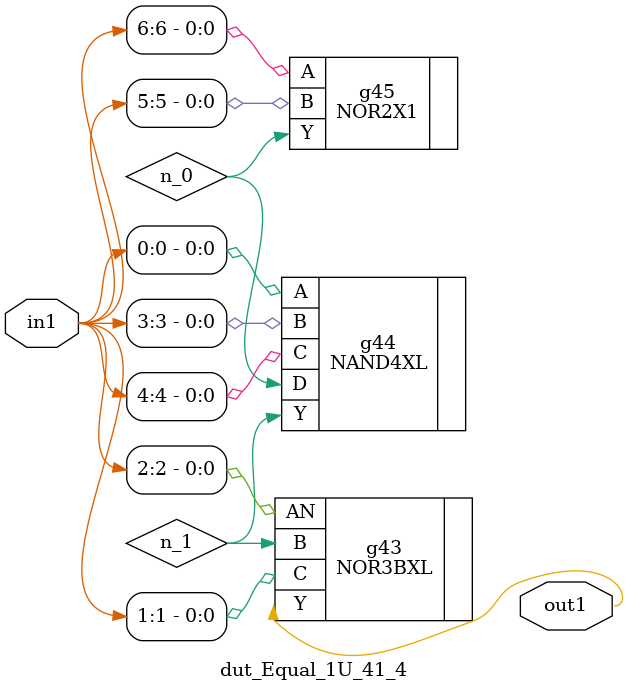
<source format=v>
`timescale 1ps / 1ps


module dut_Equal_1U_41_4(in1, out1);
  input [6:0] in1;
  output out1;
  wire [6:0] in1;
  wire out1;
  wire n_0, n_1;
  NOR3BXL g43(.AN (in1[2]), .B (n_1), .C (in1[1]), .Y (out1));
  NAND4XL g44(.A (in1[0]), .B (in1[3]), .C (in1[4]), .D (n_0), .Y
       (n_1));
  NOR2X1 g45(.A (in1[6]), .B (in1[5]), .Y (n_0));
endmodule



</source>
